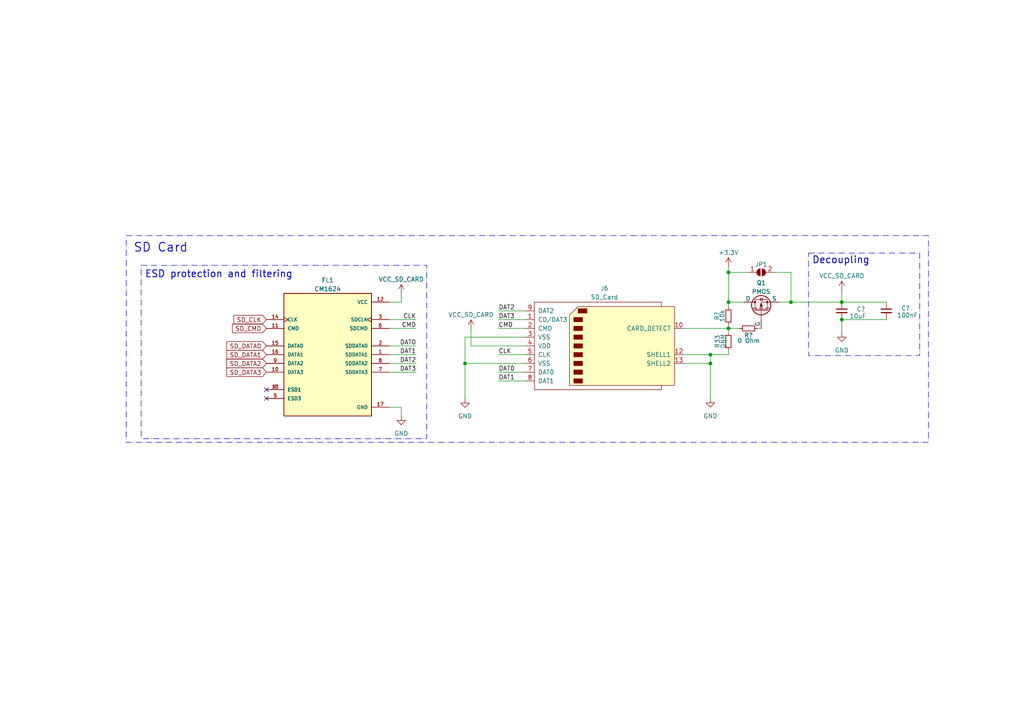
<source format=kicad_sch>
(kicad_sch (version 20230121) (generator eeschema)
  (paper "A4")
  (lib_symbols
    (symbol "Connector:SD_Card" (pin_names (offset 1.016))
      (property "Reference" "J6" (at 0 16.6878 0))
      (property "Value" "SD_Card" (at 0 14.1478 0))
      (symbol "SD_Card_0_1"
        (rectangle (start -8.89 -9.525) (end -6.35 -10.795) (fill (type outline)))
        (rectangle (start -8.89 -6.985) (end -6.35 -8.255) (fill (type outline)))
        (rectangle (start -8.89 -4.445) (end -6.35 -5.715) (fill (type outline)))
        (rectangle (start -8.89 -1.905) (end -6.35 -3.175) (fill (type outline)))
        (rectangle (start -8.89 0.635) (end -6.35 -0.635) (fill (type outline)))
        (rectangle (start -8.89 3.175) (end -6.35 1.905) (fill (type outline)))
        (rectangle (start -8.89 5.715) (end -6.35 4.445) (fill (type outline)))
        (rectangle (start -8.89 8.255) (end -6.35 6.985) (fill (type outline)))
        (rectangle (start -7.62 10.795) (end -5.08 9.525) (fill (type outline)))
        (polyline (pts (xy -10.16 8.89) (xy -7.62 11.43) (xy 20.32 11.43) (xy 20.32 -11.43) (xy -10.16 -11.43) (xy -10.16 8.89)) (fill (type background)))
        (polyline (pts (xy 16.51 11.43) (xy 16.51 12.7) (xy -20.32 12.7) (xy -20.32 -12.7) (xy 16.51 -12.7) (xy 16.51 -11.43)))
      )
      (symbol "SD_Card_1_1"
        (pin input line (at -22.86 7.62 0) (length 2.54) (name "CD/DAT3") (number "1"))
        (pin input line (at 22.86 5.08 180) (length 2.54) (name "CARD_DETECT") (number "10"))
        (pin input line (at 22.86 -2.54 180) (length 2.54) (name "SHELL1") (number "12"))
        (pin input line (at 22.86 -5.08 180) (length 2.54) (name "SHELL2") (number "13"))
        (pin input line (at -22.86 5.08 0) (length 2.54) (name "CMD") (number "2"))
        (pin power_in line (at -22.86 2.54 0) (length 2.54) (name "VSS") (number "3"))
        (pin power_in line (at -22.86 0 0) (length 2.54) (name "VDD") (number "4"))
        (pin input line (at -22.86 -2.54 0) (length 2.54) (name "CLK") (number "5"))
        (pin power_in line (at -22.86 -5.08 0) (length 2.54) (name "VSS") (number "6"))
        (pin input line (at -22.86 -7.62 0) (length 2.54) (name "DAT0") (number "7"))
        (pin input line (at -22.86 -10.16 0) (length 2.54) (name "DAT1") (number "8"))
        (pin input line (at -22.86 10.16 0) (length 2.54) (name "DAT2") (number "9"))
      )
    )
    (symbol "Device:C_Small" (pin_numbers hide) (pin_names (offset 0.254) hide)
      (property "Reference" "C" (at 0.254 1.778 0))
      (property "Value" "C_Small" (at 0.254 -2.032 0))
      (symbol "C_Small_0_1"
        (polyline (pts (xy -1.524 -0.508) (xy 1.524 -0.508)) (stroke (width 0.3302)))
        (polyline (pts (xy -1.524 0.508) (xy 1.524 0.508)) (stroke (width 0.3048)))
      )
      (symbol "C_Small_1_1"
        (pin passive line (at 0 2.54 270) (length 2.032) (name "~") (number "1"))
        (pin passive line (at 0 -2.54 90) (length 2.032) (name "~") (number "2"))
      )
    )
    (symbol "Device:R_Small" (pin_numbers hide) (pin_names (offset 0.254) hide)
      (property "Reference" "R" (at 0.762 0.508 0))
      (property "Value" "R_Small" (at 0.762 -1.016 0))
      (symbol "R_Small_0_1"
        (rectangle (start -0.762 1.778) (end 0.762 -1.778) (stroke (width 0.2032)))
      )
      (symbol "R_Small_1_1"
        (pin passive line (at 0 2.54 270) (length 0.762) (name "~") (number "1"))
        (pin passive line (at 0 -2.54 90) (length 0.762) (name "~") (number "2"))
      )
    )
    (symbol "Jumper:SolderJumper_2_Open" (pin_names (offset 0) hide)
      (property "Reference" "JP" (at 0 2.032 0))
      (property "Value" "SolderJumper_2_Open" (at 0 -2.54 0))
      (symbol "SolderJumper_2_Open_0_1"
        (arc (start -0.254 1.016) (mid -1.2656 0) (end -0.254 -1.016))
        (arc (start -0.254 1.016) (mid -1.2656 0) (end -0.254 -1.016) (fill (type outline)))
        (polyline (pts (xy -0.254 1.016) (xy -0.254 -1.016)))
        (polyline (pts (xy 0.254 1.016) (xy 0.254 -1.016)))
        (arc (start 0.254 -1.016) (mid 1.2656 0) (end 0.254 1.016))
        (arc (start 0.254 -1.016) (mid 1.2656 0) (end 0.254 1.016) (fill (type outline)))
      )
      (symbol "SolderJumper_2_Open_1_1"
        (pin passive line (at -3.81 0 0) (length 2.54) (name "A") (number "1"))
        (pin passive line (at 3.81 0 180) (length 2.54) (name "B") (number "2"))
      )
    )
    (symbol "Simulation_SPICE:PMOS" (pin_numbers hide) (pin_names (offset 0))
      (property "Reference" "Q" (at 5.08 1.27 0))
      (property "Value" "PMOS" (at 5.08 -1.27 0))
      (symbol "PMOS_0_1"
        (polyline (pts (xy 0.254 0) (xy -2.54 0)))
        (polyline (pts (xy 0.254 1.905) (xy 0.254 -1.905)) (stroke (width 0.254)))
        (polyline (pts (xy 0.762 -1.27) (xy 0.762 -2.286)) (stroke (width 0.254)))
        (polyline (pts (xy 0.762 0.508) (xy 0.762 -0.508)) (stroke (width 0.254)))
        (polyline (pts (xy 0.762 2.286) (xy 0.762 1.27)) (stroke (width 0.254)))
        (polyline (pts (xy 2.54 2.54) (xy 2.54 1.778)))
        (polyline (pts (xy 2.54 -2.54) (xy 2.54 0) (xy 0.762 0)))
        (polyline (pts (xy 0.762 1.778) (xy 3.302 1.778) (xy 3.302 -1.778) (xy 0.762 -1.778)))
        (polyline (pts (xy 2.286 0) (xy 1.27 0.381) (xy 1.27 -0.381) (xy 2.286 0)) (fill (type outline)))
        (polyline (pts (xy 2.794 -0.508) (xy 2.921 -0.381) (xy 3.683 -0.381) (xy 3.81 -0.254)))
        (polyline (pts (xy 3.302 -0.381) (xy 2.921 0.254) (xy 3.683 0.254) (xy 3.302 -0.381)))
        (circle (center 1.651 0) (radius 2.794) (stroke (width 0.254)))
        (circle (center 2.54 -1.778) (radius 0.254) (fill (type outline)))
        (circle (center 2.54 1.778) (radius 0.254) (fill (type outline)))
      )
      (symbol "PMOS_1_1"
        (pin passive line (at 2.54 5.08 270) (length 2.54) (name "D") (number "1"))
        (pin input line (at -5.08 0 0) (length 2.54) (name "G") (number "2"))
        (pin passive line (at 2.54 -5.08 90) (length 2.54) (name "S") (number "3"))
      )
    )
    (symbol "VCC_SD_CARD_1" (power) (pin_names (offset 0))
      (property "Value" "VCC_SD_CARD" (at 0 4.064 0))
      (symbol "VCC_SD_CARD_1_0_1"
        (polyline (pts (xy -0.762 1.27) (xy 0 2.54)))
        (polyline (pts (xy 0 0) (xy 0 2.54)))
        (polyline (pts (xy 0 2.54) (xy 0.762 1.27)))
      )
      (symbol "VCC_SD_CARD_1_1_1"
        (pin power_in line (at 0 0 90) (length 0) hide (name "VCC_SD_CARD") (number "1"))
      )
    )
    (symbol "VCC_SD_CARD_2" (power) (pin_names (offset 0))
      (property "Value" "VCC_SD_CARD_2" (at 0 3.81 0))
      (symbol "VCC_SD_CARD_2_0_1"
        (polyline (pts (xy -0.762 1.27) (xy 0 2.54)))
        (polyline (pts (xy 0 0) (xy 0 2.54)))
        (polyline (pts (xy 0 2.54) (xy 0.762 1.27)))
      )
      (symbol "VCC_SD_CARD_2_1_1"
        (pin power_in line (at 0 0 90) (length 0) hide (name "VCC_SD_CARD") (number "1"))
      )
    )
    (symbol "clock-control-board-symbol-library:VCC_SD_CARD" (power) (pin_names (offset 0))
      (property "Value" "VCC_SD_CARD" (at 0 3.81 0))
      (symbol "VCC_SD_CARD_0_1"
        (polyline (pts (xy -0.762 1.27) (xy 0 2.54)))
        (polyline (pts (xy 0 0) (xy 0 2.54)))
        (polyline (pts (xy 0 2.54) (xy 0.762 1.27)))
      )
      (symbol "VCC_SD_CARD_1_1"
        (pin power_in line (at 0 0 90) (length 0) hide (name "VCC_SD_CARD") (number "1"))
      )
    )
    (symbol "mylib:CM1624" (pin_names (offset 1.016))
      (property "Reference" "FL" (at -12.7 19.05 0))
      (property "Value" "CM1624" (at -12.7 -21.59 0))
      (symbol "CM1624_0_0"
        (rectangle (start -12.7 -17.78) (end 12.7 17.78) (stroke (width 0.254)) (fill (type background)))
        (pin bidirectional line (at 17.78 0 180) (length 5.08) (name "SDDATA1") (number "1"))
        (pin bidirectional line (at -17.78 -5.08 0) (length 5.08) (name "DATA3") (number "10"))
        (pin bidirectional line (at -17.78 7.62 0) (length 5.08) (name "CMD") (number "11"))
        (pin power_in line (at 17.78 15.24 180) (length 5.08) (name "VCC") (number "12"))
        (pin passive line (at -17.78 -10.16 0) (length 5.08) (name "ESD1") (number "13"))
        (pin bidirectional clock (at -17.78 10.16 0) (length 5.08) (name "CLK") (number "14"))
        (pin bidirectional line (at -17.78 2.54 0) (length 5.08) (name "DATA0") (number "15"))
        (pin bidirectional line (at -17.78 0 0) (length 5.08) (name "DATA1") (number "16"))
        (pin power_in line (at 17.78 -15.24 180) (length 5.08) (name "GND") (number "17"))
        (pin bidirectional line (at 17.78 2.54 180) (length 5.08) (name "SDDATA0") (number "2"))
        (pin bidirectional clock (at 17.78 10.16 180) (length 5.08) (name "SDCLK") (number "3"))
        (pin passive line (at -17.78 -10.16 0) (length 5.08) (name "ESD1") (number "4"))
        (pin passive line (at -17.78 -12.7 0) (length 5.08) (name "ESD3") (number "5"))
        (pin bidirectional line (at 17.78 7.62 180) (length 5.08) (name "SDCMD") (number "6"))
        (pin bidirectional line (at 17.78 -5.08 180) (length 5.08) (name "SDDATA3") (number "7"))
        (pin bidirectional line (at 17.78 -2.54 180) (length 5.08) (name "SDDATA2") (number "8"))
        (pin bidirectional line (at -17.78 -2.54 0) (length 5.08) (name "DATA2") (number "9"))
      )
    )
    (symbol "power:+3.3V" (power) (pin_names (offset 0))
      (property "Value" "+3.3V" (at 0 3.556 0))
      (symbol "+3.3V_0_1"
        (polyline (pts (xy -0.762 1.27) (xy 0 2.54)))
        (polyline (pts (xy 0 0) (xy 0 2.54)))
        (polyline (pts (xy 0 2.54) (xy 0.762 1.27)))
      )
      (symbol "+3.3V_1_1"
        (pin power_in line (at 0 0 90) (length 0) hide (name "+3.3V") (number "1"))
      )
    )
    (symbol "power:GND" (power) (pin_names (offset 0))
      (property "Value" "GND" (at 0 -3.81 0))
      (symbol "GND_0_1"
        (polyline (pts (xy 0 0) (xy 0 -1.27) (xy 1.27 -1.27) (xy 0 -2.54) (xy -1.27 -1.27) (xy 0 -1.27)))
      )
      (symbol "GND_1_1"
        (pin power_in line (at 0 0 270) (length 0) hide (name "GND") (number "1"))
      )
    )
  )
  (junction (at 244.1448 92.71))
  (junction (at 206.0448 105.41))
  (junction (at 206.0448 102.87))
  (junction (at 211.2772 95.25))
  (junction (at 211.2772 87.63))
  (junction (at 244.1448 87.63))
  (junction (at 211.2772 78.994))
  (junction (at 134.874 105.41))
  (junction (at 229.4128 87.63))
  (no_connect (at 77.2668 115.57))
  (no_connect (at 77.2668 113.03))
  (wire (pts (xy 198.1708 102.87) (xy 206.0448 102.87)))
  (wire (pts (xy 116.3828 118.11) (xy 112.8268 118.11)))
  (wire (pts (xy 229.4128 87.63) (xy 244.1448 87.63)))
  (wire (pts (xy 225.8568 87.63) (xy 229.4128 87.63)))
  (wire (pts (xy 112.8268 92.71) (xy 120.7008 92.71)))
  (wire (pts (xy 244.1448 92.71) (xy 257.0988 92.71)))
  (wire (pts (xy 144.5768 95.25) (xy 152.4508 95.25)))
  (wire (pts (xy 144.5768 107.95) (xy 152.4508 107.95)))
  (wire (pts (xy 116.3828 85.09) (xy 116.3828 87.63)))
  (wire (pts (xy 257.0988 87.63) (xy 244.1448 87.63)))
  (wire (pts (xy 198.1708 105.41) (xy 206.0448 105.41)))
  (wire (pts (xy 112.8268 105.41) (xy 120.7008 105.41)))
  (wire (pts (xy 211.2772 95.25) (xy 214.5792 95.25)))
  (wire (pts (xy 211.2772 78.994) (xy 211.2772 87.63)))
  (wire (pts (xy 206.0448 102.87) (xy 206.0448 105.41)))
  (wire (pts (xy 134.874 97.79) (xy 152.4508 97.79)))
  (wire (pts (xy 224.5868 78.994) (xy 229.4128 78.994)))
  (wire (pts (xy 244.1448 87.63) (xy 244.1448 84.074)))
  (wire (pts (xy 211.2772 101.6) (xy 211.2772 102.87)))
  (wire (pts (xy 229.4128 78.994) (xy 229.4128 87.63)))
  (wire (pts (xy 211.2772 102.87) (xy 206.0448 102.87)))
  (wire (pts (xy 112.8268 107.95) (xy 120.7008 107.95)))
  (wire (pts (xy 211.2772 78.994) (xy 216.9668 78.994)))
  (wire (pts (xy 116.3828 87.63) (xy 112.8268 87.63)))
  (wire (pts (xy 112.8268 95.25) (xy 120.7008 95.25)))
  (wire (pts (xy 134.874 105.41) (xy 152.4508 105.41)))
  (wire (pts (xy 144.5768 110.49) (xy 152.4508 110.49)))
  (wire (pts (xy 211.2772 94.1832) (xy 211.2772 95.25)))
  (wire (pts (xy 112.8268 100.33) (xy 120.7008 100.33)))
  (wire (pts (xy 134.874 105.41) (xy 134.874 115.6208)))
  (wire (pts (xy 211.2772 96.52) (xy 211.2772 95.25)))
  (wire (pts (xy 144.5768 92.71) (xy 152.4508 92.71)))
  (wire (pts (xy 244.1448 96.52) (xy 244.1448 92.71)))
  (wire (pts (xy 206.0448 105.41) (xy 206.0448 115.57)))
  (wire (pts (xy 134.874 97.79) (xy 134.874 105.41)))
  (wire (pts (xy 198.1708 95.25) (xy 211.2772 95.25)))
  (wire (pts (xy 116.3828 120.65) (xy 116.3828 118.11)))
  (wire (pts (xy 219.6592 95.25) (xy 220.7768 95.25)))
  (wire (pts (xy 144.5768 90.17) (xy 152.4508 90.17)))
  (wire (pts (xy 136.6012 95.3516) (xy 136.6012 100.33)))
  (wire (pts (xy 144.5768 102.87) (xy 152.4508 102.87)))
  (wire (pts (xy 112.8268 102.87) (xy 120.7008 102.87)))
  (wire (pts (xy 152.4508 100.33) (xy 136.6012 100.33)))
  (wire (pts (xy 211.2772 87.63) (xy 215.6968 87.63)))
  (wire (pts (xy 211.2772 87.63) (xy 211.2772 89.1032)))
  (wire (pts (xy 211.2772 78.994) (xy 211.2772 77.3176)))
  (rectangle (start 36.6268 68.326) (end 269.2908 128.27) (stroke (width 0) (type dash_dot)))
  (rectangle (start 40.9448 76.962) (end 123.7488 127.254) (stroke (width 0) (type dash_dot)))
  (rectangle (start 234.4928 73.406) (end 266.7508 103.124) (stroke (width 0) (type dash_dot)))
  (text "Decoupling\n" (at 235.5088 76.708 0) (effects (font (size 2 2) (thickness 0.254) bold) (justify left bottom)))
  (text "ESD protection and filtering\n" (at 41.9608 80.772 0) (effects (font (size 2 2) (thickness 0.254) bold) (justify left bottom)))
  (text "SD Card" (at 38.6588 73.406 0) (effects (font (size 2.54 2.54) (thickness 0.254) bold) (justify left bottom)))
  (label "CMD" (at 144.5768 95.25 0))
  (label "DAT3" (at 144.5768 92.71 0))
  (label "DAT1" (at 120.7008 102.87 180))
  (label "CLK" (at 120.7008 92.71 180))
  (label "DAT0" (at 144.5768 107.95 0))
  (label "DAT2" (at 120.7008 105.41 180))
  (label "DAT1" (at 144.5768 110.49 0))
  (label "CMD" (at 120.7008 95.25 180))
  (label "DAT3" (at 120.7008 107.95 180))
  (label "DAT2" (at 144.5768 90.17 0))
  (label "CLK" (at 144.5768 102.87 0))
  (label "DAT0" (at 120.7008 100.33 180))
  (global_label "SD_DATA0" (shape input) (at 77.2668 100.33 180) (property "Intersheetrefs" "${INTERSHEET_REFS}" (effects hide)))
  (global_label "SD_DATA2" (shape input) (at 77.2668 105.41 180) (property "Intersheetrefs" "${INTERSHEET_REFS}" (effects hide)))
  (global_label "SD_CLK" (shape input) (at 77.2668 92.71 180) (property "Intersheetrefs" "${INTERSHEET_REFS}" (effects hide)))
  (global_label "SD_DATA1" (shape input) (at 77.2668 102.87 180) (property "Intersheetrefs" "${INTERSHEET_REFS}" (effects hide)))
  (global_label "SD_CMD" (shape input) (at 77.2668 95.25 180) (property "Intersheetrefs" "${INTERSHEET_REFS}" (effects hide)))
  (global_label "SD_DATA3" (shape input) (at 77.2668 107.95 180) (property "Intersheetrefs" "${INTERSHEET_REFS}" (effects hide)))
  (symbol (lib_id "Device:C_Small") (at 244.1448 90.17 0) (unit 1)
    (property "Reference" "C?" (at 251.0028 89.662 0) (effects (justify right)))
    (property "Value" "10uF" (at 251.2568 91.694 0) (effects (justify right)))
    (property "Footprint" "Capacitor_SMD:C_0603_1608Metric" (effects hide))
    (property "LCSC" "C19702" (effects hide))
    (instances (project "clock-control-board" (path "" (reference "C?") (unit 1)) (path "" (reference "C?") (unit 1)) (path "" (reference "C14") (unit 1))))
  )
  (symbol (lib_id "Jumper:SolderJumper_2_Open") (at 220.7768 78.994 0) (unit 1)
    (property "Reference" "JP1" (at 220.7768 76.708 0))
    (property "Value" "SolderJumper_2_Open" (effects hide))
    (property "Footprint" "Jumper:SolderJumper-2_P1.3mm_Open_TrianglePad1.0x1.5mm" (effects hide))
    (instances (project "clock-control-board" (path "" (reference "JP1") (unit 1)) (path "" (reference "JP6") (unit 1))))
  )
  (symbol (lib_id "Simulation_SPICE:PMOS") (at 220.7768 90.17 90) (unit 1)
    (property "Reference" "Q1" (at 220.7768 82.042 90))
    (property "Value" "PMOS" (at 220.7768 84.582 90))
    (property "Footprint" "Package_TO_SOT_SMD:SOT-23" (effects hide))
    (property "Datasheet" "https://ngspice.sourceforge.io/docs/ngspice-manual.pdf" (effects hide))
    (property "Sim.Device" "PMOS" (effects hide))
    (property "Sim.Type" "VDMOS" (effects hide))
    (property "Sim.Pins" "1=D 2=G 3=S" (effects hide))
    (property "LCSC" "C15127" (effects hide))
    (instances (project "clock-control-board" (path "" (reference "Q1") (unit 1)) (path "" (reference "Q7") (unit 1))))
  )
  (symbol (lib_id "clock-control-board-symbol-library:VCC_SD_CARD") (at 136.6012 95.3516 0) (unit 1)
    (property "Reference" "#PWR050" (effects hide))
    (property "Value" "VCC_SD_CARD" (at 136.6012 91.2876 0))
  )
  (symbol (lib_id "Device:R_Small") (at 217.1192 95.25 270) (mirror x) (unit 1)
    (property "Reference" "R?" (at 217.1192 97.2312 90))
    (property "Value" "0 Ohm" (at 217.1192 98.806 90))
    (property "Footprint" "Resistor_SMD:R_0402_1005Metric_Pad0.72x0.64mm_HandSolder" (effects hide))
    (property "LCSC" "C21189" (effects hide))
    (instances (project "clock-control-board" (path "" (reference "R?") (unit 1)) (path "" (reference "R87") (unit 1)) (path "" (reference "R12") (unit 1))))
  )
  (symbol (lib_id "Device:R_Small") (at 211.2772 99.06 180) (unit 1)
    (property "Reference" "R33" (at 208.0768 100.9904 90) (effects (justify right)))
    (property "Value" "DNM" (at 209.7532 101.092 90) (effects (justify right)))
    (property "Footprint" "Resistor_SMD:R_0402_1005Metric_Pad0.72x0.64mm_HandSolder" (effects hide))
    (property "LCSC" "C21189" (effects hide))
    (instances (project "clock-control-board" (path "" (reference "R33") (unit 1)) (path "" (reference "R84") (unit 1))))
  )
  (symbol (lib_id "Connector:SD_Card") (at 175.3108 100.33 0) (unit 1)
    (property "Reference" "J6" (at 175.3108 83.6422 0))
    (property "Value" "SD_Card" (at 175.3108 86.1822 0))
    (property "Footprint" "mylib:GCT_MEM2051-00-195-00-A_REVD1" (effects hide))
    (property "Datasheet" "http://portal.fciconnect.com/Comergent//fci/drawing/10067847.pdf" (effects hide))
    (property "TME" "https://www.tme.eu/pl/details/mem2052-00-195-00a/zlacza-do-kart/global-connector-technology-gct/mem2052-00-195-00-a/" (effects hide))
  )
  (symbol (lib_id "Device:C_Small") (at 257.0988 90.17 0) (unit 1)
    (property "Reference" "C?" (at 263.9568 89.408 0) (effects (justify right)))
    (property "Value" "100nF" (at 266.2428 91.44 0) (effects (justify right)))
    (property "Footprint" "Capacitor_SMD:C_0402_1005Metric" (effects hide))
    (property "LCSC" "C1525" (effects hide))
    (instances (project "clock-control-board" (path "" (reference "C?") (unit 1)) (path "" (reference "C?") (unit 1)) (path "" (reference "C15") (unit 1))))
  )
  (symbol (lib_id "Device:R_Small") (at 211.2772 91.6432 0) (mirror x) (unit 1)
    (property "Reference" "R?" (at 207.9752 91.6432 90))
    (property "Value" "10k" (at 209.4992 91.6432 90))
    (property "Footprint" "Resistor_SMD:R_0402_1005Metric" (effects hide))
    (instances (project "clock-control-board" (path "" (reference "R?") (unit 1)) (path "" (reference "R?") (unit 1)) (path "" (reference "R19") (unit 1)) (path "" (reference "R83") (unit 1))))
  )
  (symbol (lib_id "power:GND") (at 206.0448 115.57 0) (unit 1)
    (property "Reference" "#PWR051" (effects hide))
    (property "Value" "GND" (at 206.0448 120.65 0))
  )
  (symbol (lib_id "power:GND") (at 134.874 115.6208 0) (unit 1)
    (property "Reference" "#PWR047" (effects hide))
    (property "Value" "GND" (at 134.874 120.7008 0))
  )
  (symbol (lib_id "power:GND") (at 244.1448 96.52 0) (unit 1)
    (property "Reference" "#PWR049" (effects hide))
    (property "Value" "GND" (at 244.1448 101.6 0))
  )
  (symbol (lib_id "mylib:CM1624") (at 95.0468 102.87 0) (unit 1)
    (property "Reference" "FL1" (at 95.0468 81.28 0))
    (property "Value" "CM1624" (at 95.0468 83.82 0))
    (property "Footprint" "mylib:FIL_CM1624" (effects hide))
    (property "MANUFACTURER" "ON Semiconductor" (effects hide))
    (property "MAXIMUM_PACKAGE_HEIGHT" "0.55 mm" (effects hide))
    (property "PARTREV" "4" (effects hide))
    (property "STANDARD" "Manufacturer recommendations" (effects hide))
    (property "LCSC" "C605363" (effects hide))
  )
  (symbol (lib_id "power:+3.3V") (at 211.2772 77.3176 0) (unit 1)
    (property "Reference" "#PWR?" (effects hide))
    (property "Value" "+3.3V" (at 211.2772 73.2536 0))
    (instances (project "clock-control-board" (path "" (reference "#PWR?") (unit 1)) (path "" (reference "#PWR?") (unit 1)) (path "" (reference "#PWR?") (unit 1)) (path "" (reference "#PWR045") (unit 1))))
  )
  (symbol (lib_name "VCC_SD_CARD_1") (lib_id "clock-control-board-symbol-library:VCC_SD_CARD") (at 244.1448 84.074 0) (unit 1)
    (property "Reference" "#PWR048" (effects hide))
    (property "Value" "VCC_SD_CARD" (at 244.1448 80.01 0))
  )
  (symbol (lib_id "power:GND") (at 116.3828 120.65 0) (unit 1)
    (property "Reference" "#PWR046" (effects hide))
    (property "Value" "GND" (at 116.3828 125.73 0))
  )
  (symbol (lib_name "VCC_SD_CARD_2") (lib_id "clock-control-board-symbol-library:VCC_SD_CARD") (at 116.3828 85.09 0) (unit 1)
    (property "Reference" "#PWR0105" (effects hide))
    (property "Value" "VCC_SD_CARD" (at 116.3828 81.026 0))
  )
)
</source>
